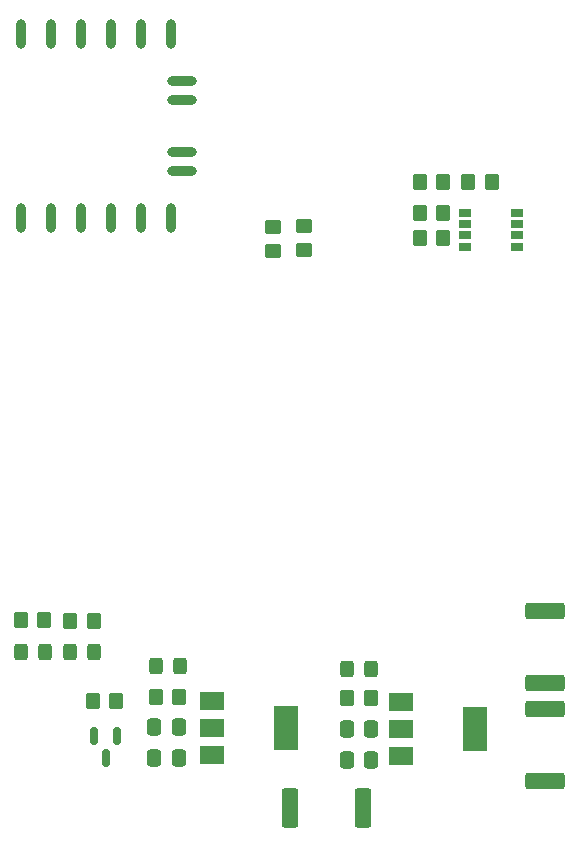
<source format=gbr>
%TF.GenerationSoftware,KiCad,Pcbnew,6.0.9-8da3e8f707~117~ubuntu18.04.1*%
%TF.CreationDate,2023-03-08T09:23:39+05:30*%
%TF.ProjectId,Cansat_V1.2,43616e73-6174-45f5-9631-2e322e6b6963,rev?*%
%TF.SameCoordinates,Original*%
%TF.FileFunction,Paste,Top*%
%TF.FilePolarity,Positive*%
%FSLAX46Y46*%
G04 Gerber Fmt 4.6, Leading zero omitted, Abs format (unit mm)*
G04 Created by KiCad (PCBNEW 6.0.9-8da3e8f707~117~ubuntu18.04.1) date 2023-03-08 09:23:39*
%MOMM*%
%LPD*%
G01*
G04 APERTURE LIST*
G04 Aperture macros list*
%AMRoundRect*
0 Rectangle with rounded corners*
0 $1 Rounding radius*
0 $2 $3 $4 $5 $6 $7 $8 $9 X,Y pos of 4 corners*
0 Add a 4 corners polygon primitive as box body*
4,1,4,$2,$3,$4,$5,$6,$7,$8,$9,$2,$3,0*
0 Add four circle primitives for the rounded corners*
1,1,$1+$1,$2,$3*
1,1,$1+$1,$4,$5*
1,1,$1+$1,$6,$7*
1,1,$1+$1,$8,$9*
0 Add four rect primitives between the rounded corners*
20,1,$1+$1,$2,$3,$4,$5,0*
20,1,$1+$1,$4,$5,$6,$7,0*
20,1,$1+$1,$6,$7,$8,$9,0*
20,1,$1+$1,$8,$9,$2,$3,0*%
G04 Aperture macros list end*
%ADD10RoundRect,0.250000X0.337500X0.475000X-0.337500X0.475000X-0.337500X-0.475000X0.337500X-0.475000X0*%
%ADD11RoundRect,0.250000X-0.350000X-0.450000X0.350000X-0.450000X0.350000X0.450000X-0.350000X0.450000X0*%
%ADD12RoundRect,0.250000X0.325000X0.450000X-0.325000X0.450000X-0.325000X-0.450000X0.325000X-0.450000X0*%
%ADD13RoundRect,0.250000X0.350000X0.450000X-0.350000X0.450000X-0.350000X-0.450000X0.350000X-0.450000X0*%
%ADD14R,2.000000X1.500000*%
%ADD15R,2.000000X3.800000*%
%ADD16R,1.000000X0.700000*%
%ADD17RoundRect,0.249999X1.425001X-0.450001X1.425001X0.450001X-1.425001X0.450001X-1.425001X-0.450001X0*%
%ADD18RoundRect,0.249999X-0.450001X-1.425001X0.450001X-1.425001X0.450001X1.425001X-0.450001X1.425001X0*%
%ADD19O,0.800000X2.500000*%
%ADD20O,2.500000X0.800000*%
%ADD21RoundRect,0.150000X-0.150000X0.587500X-0.150000X-0.587500X0.150000X-0.587500X0.150000X0.587500X0*%
%ADD22RoundRect,0.250000X-0.450000X0.350000X-0.450000X-0.350000X0.450000X-0.350000X0.450000X0.350000X0*%
G04 APERTURE END LIST*
D10*
%TO.C,C1*%
X175887500Y-127566051D03*
X173812500Y-127566051D03*
%TD*%
D11*
%TO.C,R7*%
X173850000Y-122366051D03*
X175850000Y-122366051D03*
%TD*%
D12*
%TO.C,D4*%
X175875000Y-119866051D03*
X173825000Y-119866051D03*
%TD*%
D11*
%TO.C,R8*%
X157650000Y-122266051D03*
X159650000Y-122266051D03*
%TD*%
D10*
%TO.C,C4*%
X159587500Y-124766051D03*
X157512500Y-124766051D03*
%TD*%
D13*
%TO.C,R12*%
X182000000Y-83400000D03*
X180000000Y-83400000D03*
%TD*%
D14*
%TO.C,U5*%
X178400000Y-122666051D03*
X178400000Y-124966051D03*
D15*
X184700000Y-124966051D03*
D14*
X178400000Y-127266051D03*
%TD*%
D11*
%TO.C,R14*%
X180000000Y-78700000D03*
X182000000Y-78700000D03*
%TD*%
D16*
%TO.C,U7*%
X183800000Y-81273000D03*
X183800000Y-82225000D03*
X183800000Y-83175000D03*
X183800000Y-84127000D03*
X188200000Y-84127000D03*
X188200000Y-83175000D03*
X188200000Y-82225000D03*
X188200000Y-81273000D03*
%TD*%
D17*
%TO.C,R10*%
X190600000Y-129416051D03*
X190600000Y-123316051D03*
%TD*%
D12*
%TO.C,D3*%
X148250000Y-118466051D03*
X146200000Y-118466051D03*
%TD*%
D11*
%TO.C,R13*%
X180000000Y-81300000D03*
X182000000Y-81300000D03*
%TD*%
D12*
%TO.C,D2*%
X152450000Y-118466051D03*
X150400000Y-118466051D03*
%TD*%
D10*
%TO.C,C2*%
X175887500Y-124966051D03*
X173812500Y-124966051D03*
%TD*%
D14*
%TO.C,U6*%
X162400000Y-122566051D03*
D15*
X168700000Y-124866051D03*
D14*
X162400000Y-124866051D03*
X162400000Y-127166051D03*
%TD*%
D11*
%TO.C,R5*%
X146225000Y-115766051D03*
X148225000Y-115766051D03*
%TD*%
%TO.C,R3*%
X152300000Y-122566051D03*
X154300000Y-122566051D03*
%TD*%
D18*
%TO.C,R6*%
X169050000Y-131666051D03*
X175150000Y-131666051D03*
%TD*%
D17*
%TO.C,R11*%
X190600000Y-121116051D03*
X190600000Y-115016051D03*
%TD*%
D13*
%TO.C,R9*%
X186100000Y-78700000D03*
X184100000Y-78700000D03*
%TD*%
D19*
%TO.C,U8*%
X146247500Y-81670000D03*
X148787500Y-81670000D03*
X151327500Y-81670000D03*
X153867500Y-81670000D03*
X156407500Y-81670000D03*
X158947500Y-81670000D03*
X158947500Y-66170000D03*
X156407500Y-66170000D03*
X153867500Y-66170000D03*
X151327500Y-66170000D03*
X148787500Y-66170000D03*
X146247500Y-66170000D03*
D20*
X159847500Y-77730000D03*
X159847500Y-76090000D03*
X159847500Y-71750000D03*
X159847500Y-70110000D03*
%TD*%
D21*
%TO.C,Q1*%
X154350000Y-125528551D03*
X152450000Y-125528551D03*
X153400000Y-127403551D03*
%TD*%
D22*
%TO.C,R2*%
X167600000Y-82500000D03*
X167600000Y-84500000D03*
%TD*%
D10*
%TO.C,C3*%
X159587500Y-127466051D03*
X157512500Y-127466051D03*
%TD*%
D12*
%TO.C,D6*%
X159675000Y-119666051D03*
X157625000Y-119666051D03*
%TD*%
D22*
%TO.C,R1*%
X170200000Y-82400000D03*
X170200000Y-84400000D03*
%TD*%
D11*
%TO.C,R4*%
X150425000Y-115866051D03*
X152425000Y-115866051D03*
%TD*%
M02*

</source>
